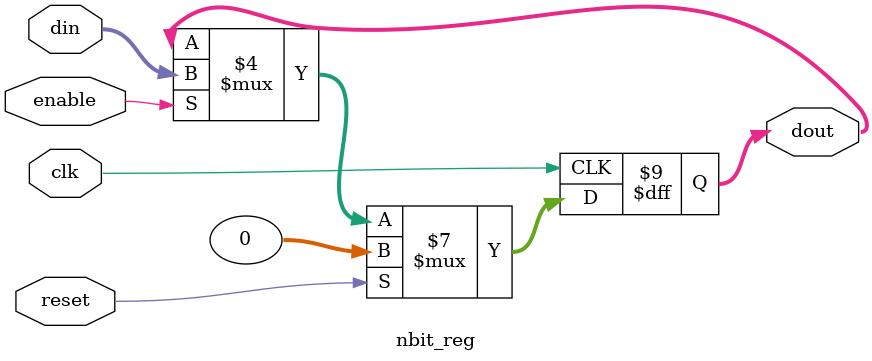
<source format=v>
module nbit_reg #(parameter n=32) (clk, din, dout, reset, enable);

input clk, reset, enable ;
input [n - 1:0] din ;
output reg [n - 1:0] dout ;
//parameter n = 32 ;

always @(posedge clk) begin

if(reset == 1'b1) begin
dout <= 0 ;
end
else if (enable == 1'b1) begin
dout <= din ;
end 

end 

endmodule



</source>
